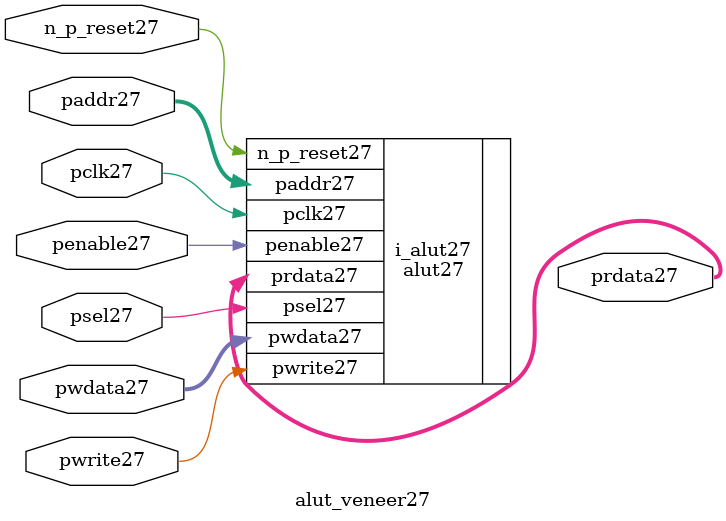
<source format=v>
module alut_veneer27
(   
   // Inputs27
   pclk27,
   n_p_reset27,
   psel27,            
   penable27,       
   pwrite27,         
   paddr27,           
   pwdata27,          

   // Outputs27
   prdata27  
);

   // APB27 Inputs27
   input             pclk27;               // APB27 clock27                          
   input             n_p_reset27;          // Reset27                              
   input             psel27;               // Module27 select27 signal27               
   input             penable27;            // Enable27 signal27                      
   input             pwrite27;             // Write when HIGH27 and read when LOW27  
   input [6:0]       paddr27;              // Address bus for read write         
   input [31:0]      pwdata27;             // APB27 write bus                      

   output [31:0]     prdata27;             // APB27 read bus                       


//-----------------------------------------------------------------------
//##############################################################################
// if the ALUT27 is NOT27 black27 boxed27 
//##############################################################################
`ifndef FV_KIT_BLACK_BOX_LUT27 


alut27 i_alut27 (
        //inputs27
        . n_p_reset27(n_p_reset27),
        . pclk27(pclk27),
        . psel27(psel27),
        . penable27(penable27),
        . pwrite27(pwrite27),
        . paddr27(paddr27[6:0]),
        . pwdata27(pwdata27),

        //outputs27
        . prdata27(prdata27)
);


`else 
//##############################################################################
// if the <module> is black27 boxed27 
//##############################################################################

   // APB27 Inputs27
   wire              pclk27;               // APB27 clock27                          
   wire              n_p_reset27;          // Reset27                              
   wire              psel27;               // Module27 select27 signal27               
   wire              penable27;            // Enable27 signal27                      
   wire              pwrite27;             // Write when HIGH27 and read when LOW27  
   wire  [6:0]       paddr27;              // Address bus for read write         
   wire  [31:0]      pwdata27;             // APB27 write bus                      

   reg   [31:0]      prdata27;             // APB27 read bus                       


`endif

endmodule

</source>
